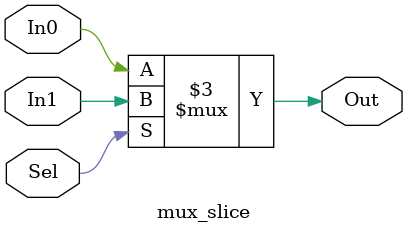
<source format=sv>
`timescale 1ns / 1ps


(* DONT_TOUCH = "yes" *) module mux_slice (In0, In1, Sel, Out);
    (* DONT_TOUCH = "yes" *) input In0, In1; //four 64-bit inputs 
    (* DONT_TOUCH = "yes" *) input Sel; //selector signal
    (* DONT_TOUCH = "yes" *) output logic Out; //64-bit output
    (* DONT_TOUCH = "yes" *) always_comb
        case (Sel) //a 4->1 multiplexor
            0: Out <= In0;            
            default: Out <= In1; 
        endcase
endmodule

</source>
